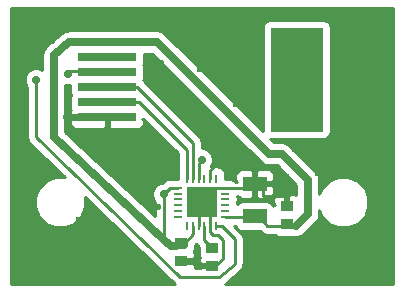
<source format=gtl>
G04 #@! TF.FileFunction,Copper,L1,Top,Signal*
%FSLAX46Y46*%
G04 Gerber Fmt 4.6, Leading zero omitted, Abs format (unit mm)*
G04 Created by KiCad (PCBNEW 4.0.6-e0-6349~53~ubuntu16.04.1) date Sat Jul 29 16:25:42 2017*
%MOMM*%
%LPD*%
G01*
G04 APERTURE LIST*
%ADD10C,0.150000*%
%ADD11C,0.600000*%
%ADD12R,5.000000X0.760000*%
%ADD13R,4.500000X8.800000*%
%ADD14R,2.499360X2.499360*%
%ADD15O,0.800100X0.248920*%
%ADD16O,0.248920X0.800100*%
%ADD17R,1.000760X0.899160*%
%ADD18R,1.000000X0.900000*%
%ADD19R,2.000000X1.250000*%
%ADD20C,0.700000*%
%ADD21C,0.250000*%
%ADD22C,0.500000*%
%ADD23C,0.700000*%
%ADD24C,0.254000*%
G04 APERTURE END LIST*
D10*
D11*
X152800000Y-104200000D03*
X154800000Y-104200000D03*
X153800000Y-104200000D03*
X152600000Y-102600000D03*
X153600000Y-102600000D03*
X151600000Y-102600000D03*
X150400000Y-101400000D03*
X152400000Y-101400000D03*
X151400000Y-101400000D03*
X150000000Y-100000000D03*
X151000000Y-100000000D03*
X149000000Y-100000000D03*
X148600000Y-97200000D03*
X147600000Y-97200000D03*
X147600000Y-98600000D03*
X149600000Y-98600000D03*
X148600000Y-98600000D03*
X160900000Y-104500000D03*
X159900000Y-104500000D03*
X161900000Y-104500000D03*
X162900000Y-104500000D03*
X161900000Y-105500000D03*
X162900000Y-105500000D03*
X161900000Y-106500000D03*
X162900000Y-106500000D03*
X148300000Y-109400000D03*
X147200000Y-107800000D03*
X149200000Y-106300000D03*
X148200000Y-106300000D03*
X147200000Y-106300000D03*
X146200000Y-106300000D03*
X145200000Y-106300000D03*
X144300000Y-105900000D03*
X146200000Y-107800000D03*
X143200000Y-104900000D03*
X144200000Y-104900000D03*
X145200000Y-104900000D03*
X146200000Y-104900000D03*
X147200000Y-104900000D03*
X148200000Y-104900000D03*
X149200000Y-104900000D03*
X148200000Y-103500000D03*
X147200000Y-103500000D03*
X146200000Y-103500000D03*
X145200000Y-103500000D03*
X144200000Y-103500000D03*
X143200000Y-103500000D03*
X142200000Y-103500000D03*
X162500000Y-115500000D03*
X161500000Y-115500000D03*
X160500000Y-115500000D03*
X159500000Y-115500000D03*
X158500000Y-115500000D03*
X157500000Y-115500000D03*
X162500000Y-114500000D03*
X161500000Y-114500000D03*
X160500000Y-114500000D03*
X159500000Y-114500000D03*
X158500000Y-114500000D03*
X157500000Y-114500000D03*
X162500000Y-113500000D03*
X161500000Y-113500000D03*
X160500000Y-113500000D03*
X159500000Y-113500000D03*
X158500000Y-113500000D03*
X157500000Y-113500000D03*
X162500000Y-112500000D03*
X161500000Y-112500000D03*
X160500000Y-112500000D03*
X159500000Y-112500000D03*
X158500000Y-112500000D03*
X157500000Y-112500000D03*
X167900000Y-115500000D03*
X166900000Y-115500000D03*
X165900000Y-115500000D03*
X164900000Y-115500000D03*
X163900000Y-115500000D03*
X167900000Y-114500000D03*
X166900000Y-114500000D03*
X165900000Y-114500000D03*
X164900000Y-114500000D03*
X163900000Y-114500000D03*
X167900000Y-113500000D03*
X166900000Y-113500000D03*
X165900000Y-113500000D03*
X164900000Y-113500000D03*
X163900000Y-113500000D03*
X167900000Y-112500000D03*
X166900000Y-112500000D03*
X165900000Y-112500000D03*
X164900000Y-112500000D03*
X163900000Y-112500000D03*
X167900000Y-111500000D03*
X166900000Y-111500000D03*
X165900000Y-111500000D03*
X164900000Y-111500000D03*
X163900000Y-111500000D03*
X167900000Y-110500000D03*
X166900000Y-110500000D03*
X165900000Y-110500000D03*
X156300000Y-112200000D03*
X167900000Y-109500000D03*
X166900000Y-109500000D03*
X155400000Y-115300000D03*
X167900000Y-108500000D03*
X166900000Y-108500000D03*
X156400000Y-115300000D03*
X167900000Y-107500000D03*
X166900000Y-107500000D03*
X165900000Y-107500000D03*
X167900000Y-106500000D03*
X166900000Y-106500000D03*
X165900000Y-106500000D03*
X164900000Y-106500000D03*
X163900000Y-106500000D03*
X167900000Y-105500000D03*
X166900000Y-105500000D03*
X165900000Y-105500000D03*
X164900000Y-105500000D03*
X163900000Y-105500000D03*
X167900000Y-104500000D03*
X166900000Y-104500000D03*
X165900000Y-104500000D03*
X164900000Y-104500000D03*
X163900000Y-104500000D03*
X167900000Y-103500000D03*
X166900000Y-103500000D03*
X165900000Y-103500000D03*
X164900000Y-103500000D03*
X163900000Y-103500000D03*
X167900000Y-102500000D03*
X166900000Y-102500000D03*
X165900000Y-102500000D03*
X164900000Y-102500000D03*
X163900000Y-102500000D03*
X167900000Y-101500000D03*
X166900000Y-101500000D03*
X165900000Y-101500000D03*
X164900000Y-101500000D03*
X163900000Y-101500000D03*
X167900000Y-100500000D03*
X166900000Y-100500000D03*
X165900000Y-100500000D03*
X164900000Y-100500000D03*
X163900000Y-100500000D03*
X167900000Y-99500000D03*
X166900000Y-99500000D03*
X165900000Y-99500000D03*
X164900000Y-99500000D03*
X163900000Y-99500000D03*
X167900000Y-98500000D03*
X166900000Y-98500000D03*
X165900000Y-98500000D03*
X164900000Y-98500000D03*
X163900000Y-98500000D03*
X167900000Y-97500000D03*
X166900000Y-97500000D03*
X165900000Y-97500000D03*
X164900000Y-97500000D03*
X163900000Y-97500000D03*
X167900000Y-96500000D03*
X166900000Y-96500000D03*
X165900000Y-96500000D03*
X164900000Y-96500000D03*
X163900000Y-96500000D03*
X167900000Y-95500000D03*
X166900000Y-95500000D03*
X165900000Y-95500000D03*
X164900000Y-95500000D03*
X163900000Y-95500000D03*
X167900000Y-94500000D03*
X166900000Y-94500000D03*
X165900000Y-94500000D03*
X164900000Y-94500000D03*
X163900000Y-94500000D03*
X154900000Y-100700000D03*
X155900000Y-100700000D03*
X156900000Y-100700000D03*
X156900000Y-99200000D03*
X155900000Y-99200000D03*
X154900000Y-99200000D03*
X153900000Y-99200000D03*
X151900000Y-97700000D03*
X152900000Y-97700000D03*
X153900000Y-97700000D03*
X154900000Y-97700000D03*
X155900000Y-97700000D03*
X156900000Y-97700000D03*
X156900000Y-96100000D03*
X155900000Y-96100000D03*
X154900000Y-96100000D03*
X153900000Y-96100000D03*
X152900000Y-96100000D03*
X151900000Y-96100000D03*
X150900000Y-96100000D03*
X150900000Y-94600000D03*
X151900000Y-94600000D03*
X152900000Y-94600000D03*
X153900000Y-94600000D03*
X154900000Y-94600000D03*
X155900000Y-94600000D03*
X156900000Y-94600000D03*
X149900000Y-94600000D03*
X167900000Y-93300000D03*
X166900000Y-93300000D03*
X165900000Y-93300000D03*
X164900000Y-93300000D03*
X163900000Y-93300000D03*
X162900000Y-93300000D03*
X161900000Y-93300000D03*
X160900000Y-93300000D03*
X159900000Y-93300000D03*
X158900000Y-93300000D03*
X157900000Y-93300000D03*
X156900000Y-93300000D03*
X155900000Y-93300000D03*
X154900000Y-93300000D03*
X153900000Y-93300000D03*
X152900000Y-93300000D03*
X151900000Y-93300000D03*
X150900000Y-93300000D03*
X149900000Y-93300000D03*
X148900000Y-93300000D03*
X147900000Y-93300000D03*
X146900000Y-93300000D03*
X145900000Y-93300000D03*
X145600000Y-112600000D03*
X145600000Y-113600000D03*
X146600000Y-113600000D03*
X148600000Y-115600000D03*
X145600000Y-114600000D03*
X146600000Y-114600000D03*
X147600000Y-114600000D03*
X145600000Y-115600000D03*
X146600000Y-115600000D03*
X147600000Y-115600000D03*
X141600000Y-110500000D03*
X142600000Y-110500000D03*
X143600000Y-110500000D03*
X144600000Y-115600000D03*
X143600000Y-115600000D03*
X142600000Y-115600000D03*
X141600000Y-115600000D03*
X140600000Y-115600000D03*
X139600000Y-115600000D03*
X144600000Y-114600000D03*
X143600000Y-114600000D03*
X142600000Y-114600000D03*
X141600000Y-114600000D03*
X140600000Y-114600000D03*
X139600000Y-114600000D03*
X144600000Y-113600000D03*
X143600000Y-113600000D03*
X142600000Y-113600000D03*
X141600000Y-113600000D03*
X140600000Y-113600000D03*
X139600000Y-113600000D03*
X144600000Y-112600000D03*
X143600000Y-112600000D03*
X142600000Y-112600000D03*
X141600000Y-112600000D03*
X140600000Y-112600000D03*
X139600000Y-112600000D03*
X144600000Y-111600000D03*
X143600000Y-111600000D03*
X142600000Y-111600000D03*
X141600000Y-111600000D03*
X140600000Y-111600000D03*
X139600000Y-111600000D03*
X138500000Y-115500000D03*
X138500000Y-113600000D03*
X138500000Y-112600000D03*
X138500000Y-111600000D03*
X138500000Y-114600000D03*
X137400000Y-115500000D03*
X137400000Y-114500000D03*
X137400000Y-113500000D03*
X137400000Y-112500000D03*
X137400000Y-111500000D03*
X137400000Y-110500000D03*
X137400000Y-109500000D03*
X137400000Y-108500000D03*
X137400000Y-107500000D03*
X137400000Y-106500000D03*
X137400000Y-105500000D03*
X136300000Y-115500000D03*
X136300000Y-114500000D03*
X136300000Y-113500000D03*
X136300000Y-112500000D03*
X136300000Y-111500000D03*
X136300000Y-110500000D03*
X136300000Y-109500000D03*
X136300000Y-108500000D03*
X136300000Y-107500000D03*
X136300000Y-106500000D03*
X136300000Y-105500000D03*
X136300000Y-104500000D03*
X136300000Y-103500000D03*
X136300000Y-98500000D03*
X136300000Y-99500000D03*
X136300000Y-100500000D03*
X136300000Y-101500000D03*
X136300000Y-102500000D03*
X143600000Y-93300000D03*
X138300000Y-97300000D03*
X137300000Y-97300000D03*
X136300000Y-97300000D03*
X141300000Y-93300000D03*
X144900000Y-93300000D03*
X138300000Y-96300000D03*
X137300000Y-96300000D03*
X136300000Y-96300000D03*
X142400000Y-93300000D03*
X139300000Y-95300000D03*
X138300000Y-95300000D03*
X137300000Y-95300000D03*
X136300000Y-95300000D03*
X140300000Y-94300000D03*
X139300000Y-94300000D03*
X138300000Y-94300000D03*
X137300000Y-94300000D03*
X136300000Y-94300000D03*
X140300000Y-93300000D03*
X139300000Y-93300000D03*
X138300000Y-93300000D03*
X137300000Y-93300000D03*
D12*
X144000000Y-95425000D03*
X144000000Y-97965000D03*
X144000000Y-100505000D03*
X144000000Y-99235000D03*
X144000000Y-101775000D03*
X144000000Y-96695000D03*
D13*
X160050000Y-98600000D03*
D11*
X136300000Y-93300000D03*
D14*
X152000000Y-109000000D03*
D15*
X150001020Y-107750320D03*
X150001020Y-108250700D03*
X150001020Y-108751080D03*
X150001020Y-109248920D03*
X150001020Y-109749300D03*
X150001020Y-110249680D03*
D16*
X150750320Y-110998980D03*
X151250700Y-110998980D03*
X151751080Y-110998980D03*
X152248920Y-110998980D03*
X152749300Y-110998980D03*
X153249680Y-110998980D03*
D15*
X153998980Y-110249680D03*
X153998980Y-109749300D03*
X153998980Y-109248920D03*
X153998980Y-108751080D03*
X153998980Y-108250700D03*
X153998980Y-107750320D03*
D16*
X153249680Y-107001020D03*
X152749300Y-107001020D03*
X152248920Y-107001020D03*
X151751080Y-107001020D03*
X151250700Y-107001020D03*
X150750320Y-107001020D03*
D11*
X152000000Y-109000000D03*
X152762000Y-108238000D03*
X151238000Y-108238000D03*
X152762000Y-109762000D03*
X151238000Y-109762000D03*
D17*
X159200000Y-109348160D03*
D18*
X159200000Y-110851840D03*
D17*
X152900000Y-114351840D03*
D18*
X152900000Y-112848160D03*
D17*
X150300000Y-113951840D03*
D18*
X150300000Y-112448160D03*
D19*
X156500000Y-110175000D03*
X156500000Y-107425000D03*
D20*
X151648160Y-114251840D03*
X140600000Y-101800000D03*
X148800000Y-108300000D03*
X152000000Y-105400000D03*
X138000000Y-98600000D03*
X140700000Y-98100000D03*
D21*
X153998980Y-107750320D02*
X156174680Y-107750320D01*
X156174680Y-107750320D02*
X156500000Y-107425000D01*
X152749300Y-107001020D02*
X152749300Y-106250700D01*
X152749300Y-106250700D02*
X153100000Y-105900000D01*
X157200000Y-108448160D02*
X157200000Y-107300000D01*
X159400000Y-108225000D02*
X159400000Y-106900000D01*
X159400000Y-106900000D02*
X159200000Y-106700000D01*
X150500000Y-114151840D02*
X151548160Y-114151840D01*
X151548160Y-114151840D02*
X151648160Y-114251840D01*
D22*
X144000000Y-101775000D02*
X140625000Y-101775000D01*
X140625000Y-101775000D02*
X140600000Y-101800000D01*
D21*
X152900000Y-114251840D02*
X151648160Y-114251840D01*
X152900000Y-114251840D02*
X153348160Y-114251840D01*
X153348160Y-114251840D02*
X153800000Y-113800000D01*
X152749300Y-111549300D02*
X152749300Y-110998980D01*
X152749300Y-110998980D02*
X152749300Y-109749300D01*
X152749300Y-109749300D02*
X152000000Y-109000000D01*
X151751080Y-110998980D02*
X151751080Y-109248920D01*
X151751080Y-109248920D02*
X152000000Y-109000000D01*
X157200000Y-108448160D02*
X159176840Y-108448160D01*
X159176840Y-108448160D02*
X159400000Y-108225000D01*
X153998980Y-107750320D02*
X153249680Y-107750320D01*
X153249680Y-107750320D02*
X152000000Y-109000000D01*
X144000000Y-101775000D02*
X142025000Y-101775000D01*
X142025000Y-101775000D02*
X141900000Y-101900000D01*
X153000000Y-111800000D02*
X152749300Y-111549300D01*
X153400000Y-111800000D02*
X153000000Y-111800000D01*
X153800000Y-112200000D02*
X153400000Y-111800000D01*
X153800000Y-113800000D02*
X153800000Y-112200000D01*
X144000000Y-99235000D02*
X146535000Y-99235000D01*
X151250700Y-103950700D02*
X151250700Y-107001020D01*
X146535000Y-99235000D02*
X151250700Y-103950700D01*
X144000000Y-100505000D02*
X146705000Y-100505000D01*
X150750320Y-104550320D02*
X150750320Y-107001020D01*
X146705000Y-100505000D02*
X150750320Y-104550320D01*
X151751080Y-107001020D02*
X151751080Y-105648920D01*
X148832505Y-108300000D02*
X148832505Y-108267495D01*
X148800000Y-108300000D02*
X148832505Y-108300000D01*
X151751080Y-105648920D02*
X152000000Y-105400000D01*
X148832505Y-112172631D02*
X148832505Y-108267495D01*
X149349680Y-107750320D02*
X150001020Y-107750320D01*
X148832505Y-108267495D02*
X149349680Y-107750320D01*
X159400000Y-110975000D02*
X160025000Y-110975000D01*
D23*
X160025000Y-110975000D02*
X161000000Y-110000000D01*
X161000000Y-110000000D02*
X161000000Y-107100000D01*
X161000000Y-107100000D02*
X158800000Y-104900000D01*
X158800000Y-104900000D02*
X157700000Y-104900000D01*
X157700000Y-104900000D02*
X148225000Y-95425000D01*
X148225000Y-95425000D02*
X144000000Y-95425000D01*
D21*
X159400000Y-110975000D02*
X160125000Y-110975000D01*
X159400000Y-110975000D02*
X159925000Y-110975000D01*
X144175000Y-95600000D02*
X144000000Y-95425000D01*
D23*
X150500000Y-112648160D02*
X149400000Y-112700000D01*
X149400000Y-112700000D02*
X148832505Y-112172631D01*
X148832505Y-112172631D02*
X139500000Y-103500000D01*
X139500000Y-103500000D02*
X139500000Y-96500000D01*
X139500000Y-96500000D02*
X140775000Y-95425000D01*
X140775000Y-95425000D02*
X144000000Y-95425000D01*
D21*
X159400000Y-110975000D02*
X159025000Y-110975000D01*
X157200000Y-109951840D02*
X157200000Y-110600000D01*
X157575000Y-110975000D02*
X159400000Y-110975000D01*
X157200000Y-110600000D02*
X157575000Y-110975000D01*
X153998980Y-110249680D02*
X156902160Y-110249680D01*
X156902160Y-110249680D02*
X157200000Y-109951840D01*
X151250700Y-110998980D02*
X151250700Y-111700000D01*
X151250700Y-111700000D02*
X150450700Y-112598860D01*
X150450700Y-112598860D02*
X150500000Y-112648160D01*
X152248920Y-110998980D02*
X152248920Y-112197080D01*
X152248920Y-112197080D02*
X152900000Y-112848160D01*
X153500000Y-115300000D02*
X150200000Y-115300000D01*
X153698980Y-110998980D02*
X154800000Y-112100000D01*
X150200000Y-115300000D02*
X138000000Y-103500000D01*
X138000000Y-103500000D02*
X138000000Y-98600000D01*
X140700000Y-98100000D02*
X140935000Y-97865000D01*
X140935000Y-97865000D02*
X144000000Y-97965000D01*
X153249680Y-110998980D02*
X153698980Y-110998980D01*
X154800000Y-112100000D02*
X154800000Y-114200000D01*
X154800000Y-114200000D02*
X153500000Y-115300000D01*
D24*
G36*
X168173000Y-115873000D02*
X153987009Y-115873000D01*
X155285749Y-114774066D01*
X155305446Y-114749316D01*
X155331744Y-114731744D01*
X155396205Y-114635272D01*
X155468459Y-114544480D01*
X155477185Y-114514077D01*
X155494757Y-114487778D01*
X155517394Y-114373977D01*
X155549402Y-114262450D01*
X155545829Y-114231024D01*
X155552000Y-114200000D01*
X155552000Y-112100000D01*
X155494757Y-111812222D01*
X155331744Y-111568255D01*
X154765168Y-111001680D01*
X154898666Y-111001680D01*
X154904437Y-111032352D01*
X155041757Y-111245753D01*
X155251283Y-111388917D01*
X155500000Y-111439283D01*
X156975795Y-111439283D01*
X157043256Y-111506744D01*
X157287222Y-111669757D01*
X157575000Y-111727000D01*
X158228506Y-111727000D01*
X158241757Y-111747593D01*
X158451283Y-111890757D01*
X158700000Y-111941123D01*
X159700000Y-111941123D01*
X159838913Y-111914985D01*
X160025000Y-111952000D01*
X160398881Y-111877630D01*
X160715843Y-111665843D01*
X161690843Y-110690843D01*
X161751542Y-110600000D01*
X161902630Y-110373882D01*
X161977000Y-110000000D01*
X161977000Y-109673820D01*
X162195766Y-110203274D01*
X162793578Y-110802131D01*
X163575057Y-111126630D01*
X164421230Y-111127368D01*
X165203274Y-110804234D01*
X165802131Y-110206422D01*
X166126630Y-109424943D01*
X166127368Y-108578770D01*
X165804234Y-107796726D01*
X165206422Y-107197869D01*
X164424943Y-106873370D01*
X163578770Y-106872632D01*
X162796726Y-107195766D01*
X162197869Y-107793578D01*
X161977000Y-108325489D01*
X161977000Y-107100000D01*
X161902630Y-106726118D01*
X161690843Y-106409157D01*
X159490843Y-104209157D01*
X159238478Y-104040532D01*
X159173882Y-103997370D01*
X158800000Y-103923000D01*
X158104687Y-103923000D01*
X157820970Y-103639283D01*
X162300000Y-103639283D01*
X162532352Y-103595563D01*
X162745753Y-103458243D01*
X162888917Y-103248717D01*
X162939283Y-103000000D01*
X162939283Y-94200000D01*
X162895563Y-93967648D01*
X162758243Y-93754247D01*
X162548717Y-93611083D01*
X162300000Y-93560717D01*
X157800000Y-93560717D01*
X157567648Y-93604437D01*
X157354247Y-93741757D01*
X157211083Y-93951283D01*
X157160717Y-94200000D01*
X157160717Y-102979030D01*
X148915843Y-94734157D01*
X148713936Y-94599247D01*
X148598882Y-94522370D01*
X148225000Y-94448000D01*
X146708802Y-94448000D01*
X146500000Y-94405717D01*
X141500000Y-94405717D01*
X141275285Y-94448000D01*
X140775000Y-94448000D01*
X140627976Y-94477245D01*
X140479008Y-94493916D01*
X140442270Y-94514184D01*
X140401118Y-94522370D01*
X140276482Y-94605650D01*
X140145228Y-94678062D01*
X138870228Y-95753062D01*
X138844042Y-95785847D01*
X138809157Y-95809157D01*
X138725877Y-95933794D01*
X138632326Y-96050923D01*
X138620681Y-96091231D01*
X138597370Y-96126118D01*
X138568124Y-96273145D01*
X138526520Y-96417151D01*
X138531186Y-96458846D01*
X138523000Y-96500000D01*
X138523000Y-97759288D01*
X138195190Y-97623170D01*
X137806515Y-97622830D01*
X137447297Y-97771256D01*
X137172222Y-98045851D01*
X137023170Y-98404810D01*
X137022830Y-98793485D01*
X137171256Y-99152703D01*
X137248000Y-99229581D01*
X137248000Y-103500000D01*
X137249245Y-103506258D01*
X137248105Y-103512532D01*
X137277818Y-103649902D01*
X137305243Y-103787778D01*
X137308787Y-103793082D01*
X137310135Y-103799315D01*
X137390165Y-103914872D01*
X137468256Y-104031744D01*
X137473559Y-104035287D01*
X137477191Y-104040532D01*
X140406040Y-106873354D01*
X139578770Y-106872632D01*
X138796726Y-107195766D01*
X138197869Y-107793578D01*
X137873370Y-108575057D01*
X137872632Y-109421230D01*
X138195766Y-110203274D01*
X138793578Y-110802131D01*
X139575057Y-111126630D01*
X140421230Y-111127368D01*
X141203274Y-110804234D01*
X141802131Y-110206422D01*
X142126630Y-109424943D01*
X142127368Y-108578770D01*
X142099476Y-108511267D01*
X149677191Y-115840532D01*
X149727581Y-115873000D01*
X135877000Y-115873000D01*
X135877000Y-92577000D01*
X168173000Y-92577000D01*
X168173000Y-115873000D01*
X168173000Y-115873000D01*
G37*
X168173000Y-115873000D02*
X153987009Y-115873000D01*
X155285749Y-114774066D01*
X155305446Y-114749316D01*
X155331744Y-114731744D01*
X155396205Y-114635272D01*
X155468459Y-114544480D01*
X155477185Y-114514077D01*
X155494757Y-114487778D01*
X155517394Y-114373977D01*
X155549402Y-114262450D01*
X155545829Y-114231024D01*
X155552000Y-114200000D01*
X155552000Y-112100000D01*
X155494757Y-111812222D01*
X155331744Y-111568255D01*
X154765168Y-111001680D01*
X154898666Y-111001680D01*
X154904437Y-111032352D01*
X155041757Y-111245753D01*
X155251283Y-111388917D01*
X155500000Y-111439283D01*
X156975795Y-111439283D01*
X157043256Y-111506744D01*
X157287222Y-111669757D01*
X157575000Y-111727000D01*
X158228506Y-111727000D01*
X158241757Y-111747593D01*
X158451283Y-111890757D01*
X158700000Y-111941123D01*
X159700000Y-111941123D01*
X159838913Y-111914985D01*
X160025000Y-111952000D01*
X160398881Y-111877630D01*
X160715843Y-111665843D01*
X161690843Y-110690843D01*
X161751542Y-110600000D01*
X161902630Y-110373882D01*
X161977000Y-110000000D01*
X161977000Y-109673820D01*
X162195766Y-110203274D01*
X162793578Y-110802131D01*
X163575057Y-111126630D01*
X164421230Y-111127368D01*
X165203274Y-110804234D01*
X165802131Y-110206422D01*
X166126630Y-109424943D01*
X166127368Y-108578770D01*
X165804234Y-107796726D01*
X165206422Y-107197869D01*
X164424943Y-106873370D01*
X163578770Y-106872632D01*
X162796726Y-107195766D01*
X162197869Y-107793578D01*
X161977000Y-108325489D01*
X161977000Y-107100000D01*
X161902630Y-106726118D01*
X161690843Y-106409157D01*
X159490843Y-104209157D01*
X159238478Y-104040532D01*
X159173882Y-103997370D01*
X158800000Y-103923000D01*
X158104687Y-103923000D01*
X157820970Y-103639283D01*
X162300000Y-103639283D01*
X162532352Y-103595563D01*
X162745753Y-103458243D01*
X162888917Y-103248717D01*
X162939283Y-103000000D01*
X162939283Y-94200000D01*
X162895563Y-93967648D01*
X162758243Y-93754247D01*
X162548717Y-93611083D01*
X162300000Y-93560717D01*
X157800000Y-93560717D01*
X157567648Y-93604437D01*
X157354247Y-93741757D01*
X157211083Y-93951283D01*
X157160717Y-94200000D01*
X157160717Y-102979030D01*
X148915843Y-94734157D01*
X148713936Y-94599247D01*
X148598882Y-94522370D01*
X148225000Y-94448000D01*
X146708802Y-94448000D01*
X146500000Y-94405717D01*
X141500000Y-94405717D01*
X141275285Y-94448000D01*
X140775000Y-94448000D01*
X140627976Y-94477245D01*
X140479008Y-94493916D01*
X140442270Y-94514184D01*
X140401118Y-94522370D01*
X140276482Y-94605650D01*
X140145228Y-94678062D01*
X138870228Y-95753062D01*
X138844042Y-95785847D01*
X138809157Y-95809157D01*
X138725877Y-95933794D01*
X138632326Y-96050923D01*
X138620681Y-96091231D01*
X138597370Y-96126118D01*
X138568124Y-96273145D01*
X138526520Y-96417151D01*
X138531186Y-96458846D01*
X138523000Y-96500000D01*
X138523000Y-97759288D01*
X138195190Y-97623170D01*
X137806515Y-97622830D01*
X137447297Y-97771256D01*
X137172222Y-98045851D01*
X137023170Y-98404810D01*
X137022830Y-98793485D01*
X137171256Y-99152703D01*
X137248000Y-99229581D01*
X137248000Y-103500000D01*
X137249245Y-103506258D01*
X137248105Y-103512532D01*
X137277818Y-103649902D01*
X137305243Y-103787778D01*
X137308787Y-103793082D01*
X137310135Y-103799315D01*
X137390165Y-103914872D01*
X137468256Y-104031744D01*
X137473559Y-104035287D01*
X137477191Y-104040532D01*
X140406040Y-106873354D01*
X139578770Y-106872632D01*
X138796726Y-107195766D01*
X138197869Y-107793578D01*
X137873370Y-108575057D01*
X137872632Y-109421230D01*
X138195766Y-110203274D01*
X138793578Y-110802131D01*
X139575057Y-111126630D01*
X140421230Y-111127368D01*
X141203274Y-110804234D01*
X141802131Y-110206422D01*
X142126630Y-109424943D01*
X142127368Y-108578770D01*
X142099476Y-108511267D01*
X149677191Y-115840532D01*
X149727581Y-115873000D01*
X135877000Y-115873000D01*
X135877000Y-92577000D01*
X168173000Y-92577000D01*
X168173000Y-115873000D01*
G36*
X151717176Y-112728824D02*
X151760717Y-112772365D01*
X151760717Y-113298160D01*
X151804437Y-113530512D01*
X151842064Y-113588986D01*
X151764620Y-113775951D01*
X151764620Y-114066090D01*
X151923370Y-114224840D01*
X152773000Y-114224840D01*
X152773000Y-114204840D01*
X153027000Y-114204840D01*
X153027000Y-114224840D01*
X153047000Y-114224840D01*
X153047000Y-114478840D01*
X153027000Y-114478840D01*
X153027000Y-114498840D01*
X152773000Y-114498840D01*
X152773000Y-114478840D01*
X151923370Y-114478840D01*
X151854210Y-114548000D01*
X151426983Y-114548000D01*
X151435380Y-114527729D01*
X151435380Y-114237590D01*
X151276630Y-114078840D01*
X150427000Y-114078840D01*
X150427000Y-114098840D01*
X150173000Y-114098840D01*
X150173000Y-114078840D01*
X150153000Y-114078840D01*
X150153000Y-113824840D01*
X150173000Y-113824840D01*
X150173000Y-113804840D01*
X150427000Y-113804840D01*
X150427000Y-113824840D01*
X151276630Y-113824840D01*
X151435380Y-113666090D01*
X151435380Y-113375951D01*
X151358770Y-113190998D01*
X151388917Y-113146877D01*
X151439283Y-112898160D01*
X151439283Y-112845784D01*
X151475917Y-112602168D01*
X151471236Y-112583320D01*
X151556181Y-112487878D01*
X151717176Y-112728824D01*
X151717176Y-112728824D01*
G37*
X151717176Y-112728824D02*
X151760717Y-112772365D01*
X151760717Y-113298160D01*
X151804437Y-113530512D01*
X151842064Y-113588986D01*
X151764620Y-113775951D01*
X151764620Y-114066090D01*
X151923370Y-114224840D01*
X152773000Y-114224840D01*
X152773000Y-114204840D01*
X153027000Y-114204840D01*
X153027000Y-114224840D01*
X153047000Y-114224840D01*
X153047000Y-114478840D01*
X153027000Y-114478840D01*
X153027000Y-114498840D01*
X152773000Y-114498840D01*
X152773000Y-114478840D01*
X151923370Y-114478840D01*
X151854210Y-114548000D01*
X151426983Y-114548000D01*
X151435380Y-114527729D01*
X151435380Y-114237590D01*
X151276630Y-114078840D01*
X150427000Y-114078840D01*
X150427000Y-114098840D01*
X150173000Y-114098840D01*
X150173000Y-114078840D01*
X150153000Y-114078840D01*
X150153000Y-113824840D01*
X150173000Y-113824840D01*
X150173000Y-113804840D01*
X150427000Y-113804840D01*
X150427000Y-113824840D01*
X151276630Y-113824840D01*
X151435380Y-113666090D01*
X151435380Y-113375951D01*
X151358770Y-113190998D01*
X151388917Y-113146877D01*
X151439283Y-112898160D01*
X151439283Y-112845784D01*
X151475917Y-112602168D01*
X151471236Y-112583320D01*
X151556181Y-112487878D01*
X151717176Y-112728824D01*
G36*
X152842550Y-107911103D02*
X152929170Y-108014462D01*
X152978052Y-107994161D01*
X153001894Y-107998904D01*
X152951809Y-108250700D01*
X153001575Y-108500890D01*
X152951809Y-108751080D01*
X153001322Y-109000000D01*
X152951809Y-109248920D01*
X153001575Y-109499110D01*
X152951809Y-109749300D01*
X153001575Y-109999490D01*
X153001229Y-110001229D01*
X152978052Y-110005839D01*
X152929170Y-109985538D01*
X152842550Y-110088897D01*
X152749300Y-110151205D01*
X152656050Y-110088897D01*
X152569430Y-109985538D01*
X152520548Y-110005839D01*
X152248920Y-109951809D01*
X151979009Y-110005497D01*
X151930950Y-109985538D01*
X151847562Y-110085040D01*
X151749810Y-110150357D01*
X151657830Y-110088897D01*
X151571210Y-109985538D01*
X151522328Y-110005839D01*
X151250700Y-109951809D01*
X151000510Y-110001575D01*
X150998771Y-110001229D01*
X150998425Y-109999490D01*
X151048191Y-109749300D01*
X150998425Y-109499110D01*
X151048191Y-109248920D01*
X150998678Y-109000000D01*
X151048191Y-108751080D01*
X150998425Y-108500890D01*
X151048191Y-108250700D01*
X150998425Y-108000510D01*
X150998771Y-107998771D01*
X151000510Y-107998425D01*
X151250700Y-108048191D01*
X151500890Y-107998425D01*
X151751080Y-108048191D01*
X152000000Y-107998678D01*
X152248920Y-108048191D01*
X152520548Y-107994161D01*
X152569430Y-108014462D01*
X152656050Y-107911103D01*
X152749300Y-107848795D01*
X152842550Y-107911103D01*
X152842550Y-107911103D01*
G37*
X152842550Y-107911103D02*
X152929170Y-108014462D01*
X152978052Y-107994161D01*
X153001894Y-107998904D01*
X152951809Y-108250700D01*
X153001575Y-108500890D01*
X152951809Y-108751080D01*
X153001322Y-109000000D01*
X152951809Y-109248920D01*
X153001575Y-109499110D01*
X152951809Y-109749300D01*
X153001575Y-109999490D01*
X153001229Y-110001229D01*
X152978052Y-110005839D01*
X152929170Y-109985538D01*
X152842550Y-110088897D01*
X152749300Y-110151205D01*
X152656050Y-110088897D01*
X152569430Y-109985538D01*
X152520548Y-110005839D01*
X152248920Y-109951809D01*
X151979009Y-110005497D01*
X151930950Y-109985538D01*
X151847562Y-110085040D01*
X151749810Y-110150357D01*
X151657830Y-110088897D01*
X151571210Y-109985538D01*
X151522328Y-110005839D01*
X151250700Y-109951809D01*
X151000510Y-110001575D01*
X150998771Y-110001229D01*
X150998425Y-109999490D01*
X151048191Y-109749300D01*
X150998425Y-109499110D01*
X151048191Y-109248920D01*
X150998678Y-109000000D01*
X151048191Y-108751080D01*
X150998425Y-108500890D01*
X151048191Y-108250700D01*
X150998425Y-108000510D01*
X150998771Y-107998771D01*
X151000510Y-107998425D01*
X151250700Y-108048191D01*
X151500890Y-107998425D01*
X151751080Y-108048191D01*
X152000000Y-107998678D01*
X152248920Y-108048191D01*
X152520548Y-107994161D01*
X152569430Y-108014462D01*
X152656050Y-107911103D01*
X152749300Y-107848795D01*
X152842550Y-107911103D01*
G36*
X140504810Y-99076830D02*
X140860717Y-99077141D01*
X140860717Y-99615000D01*
X140904437Y-99847352D01*
X140917248Y-99867261D01*
X140911083Y-99876283D01*
X140860717Y-100125000D01*
X140860717Y-100885000D01*
X140904437Y-101117352D01*
X140918582Y-101139333D01*
X140865000Y-101268691D01*
X140865000Y-101489250D01*
X141023750Y-101648000D01*
X143873000Y-101648000D01*
X143873000Y-101628000D01*
X144127000Y-101628000D01*
X144127000Y-101648000D01*
X144147000Y-101648000D01*
X144147000Y-101902000D01*
X144127000Y-101902000D01*
X144127000Y-102631250D01*
X144285750Y-102790000D01*
X146626310Y-102790000D01*
X146859699Y-102693327D01*
X147038327Y-102514698D01*
X147135000Y-102281309D01*
X147135000Y-102060750D01*
X146976252Y-101902002D01*
X147038514Y-101902002D01*
X149998320Y-104861809D01*
X149998320Y-106998320D01*
X149349680Y-106998320D01*
X149061902Y-107055563D01*
X148817936Y-107218576D01*
X148713588Y-107322924D01*
X148606515Y-107322830D01*
X148247297Y-107471256D01*
X147972222Y-107745851D01*
X147823170Y-108104810D01*
X147822830Y-108493485D01*
X147971256Y-108852703D01*
X148080505Y-108962143D01*
X148080505Y-110140068D01*
X140477000Y-103074185D01*
X140477000Y-102060750D01*
X140865000Y-102060750D01*
X140865000Y-102281309D01*
X140961673Y-102514698D01*
X141140301Y-102693327D01*
X141373690Y-102790000D01*
X143714250Y-102790000D01*
X143873000Y-102631250D01*
X143873000Y-101902000D01*
X141023750Y-101902000D01*
X140865000Y-102060750D01*
X140477000Y-102060750D01*
X140477000Y-99065282D01*
X140504810Y-99076830D01*
X140504810Y-99076830D01*
G37*
X140504810Y-99076830D02*
X140860717Y-99077141D01*
X140860717Y-99615000D01*
X140904437Y-99847352D01*
X140917248Y-99867261D01*
X140911083Y-99876283D01*
X140860717Y-100125000D01*
X140860717Y-100885000D01*
X140904437Y-101117352D01*
X140918582Y-101139333D01*
X140865000Y-101268691D01*
X140865000Y-101489250D01*
X141023750Y-101648000D01*
X143873000Y-101648000D01*
X143873000Y-101628000D01*
X144127000Y-101628000D01*
X144127000Y-101648000D01*
X144147000Y-101648000D01*
X144147000Y-101902000D01*
X144127000Y-101902000D01*
X144127000Y-102631250D01*
X144285750Y-102790000D01*
X146626310Y-102790000D01*
X146859699Y-102693327D01*
X147038327Y-102514698D01*
X147135000Y-102281309D01*
X147135000Y-102060750D01*
X146976252Y-101902002D01*
X147038514Y-101902002D01*
X149998320Y-104861809D01*
X149998320Y-106998320D01*
X149349680Y-106998320D01*
X149061902Y-107055563D01*
X148817936Y-107218576D01*
X148713588Y-107322924D01*
X148606515Y-107322830D01*
X148247297Y-107471256D01*
X147972222Y-107745851D01*
X147823170Y-108104810D01*
X147822830Y-108493485D01*
X147971256Y-108852703D01*
X148080505Y-108962143D01*
X148080505Y-110140068D01*
X140477000Y-103074185D01*
X140477000Y-102060750D01*
X140865000Y-102060750D01*
X140865000Y-102281309D01*
X140961673Y-102514698D01*
X141140301Y-102693327D01*
X141373690Y-102790000D01*
X143714250Y-102790000D01*
X143873000Y-102631250D01*
X143873000Y-101902000D01*
X141023750Y-101902000D01*
X140865000Y-102060750D01*
X140477000Y-102060750D01*
X140477000Y-99065282D01*
X140504810Y-99076830D01*
G36*
X157009157Y-105590844D02*
X157326119Y-105802631D01*
X157700000Y-105877000D01*
X158395314Y-105877000D01*
X160023000Y-107504686D01*
X160023000Y-108344894D01*
X159826690Y-108263580D01*
X159485750Y-108263580D01*
X159327000Y-108422330D01*
X159327000Y-109221160D01*
X159347000Y-109221160D01*
X159347000Y-109475160D01*
X159327000Y-109475160D01*
X159327000Y-109495160D01*
X159073000Y-109495160D01*
X159073000Y-109475160D01*
X159053000Y-109475160D01*
X159053000Y-109221160D01*
X159073000Y-109221160D01*
X159073000Y-108422330D01*
X158914250Y-108263580D01*
X158573310Y-108263580D01*
X158339921Y-108360253D01*
X158161293Y-108538882D01*
X158064620Y-108772271D01*
X158064620Y-109062410D01*
X158223368Y-109221158D01*
X158064620Y-109221158D01*
X158064620Y-109269561D01*
X157958243Y-109104247D01*
X157748717Y-108961083D01*
X157500000Y-108910717D01*
X155500000Y-108910717D01*
X155267648Y-108954437D01*
X155054247Y-109091757D01*
X155023764Y-109136371D01*
X154996638Y-109000000D01*
X155046151Y-108751080D01*
X154996385Y-108500890D01*
X155005756Y-108453781D01*
X155140301Y-108588327D01*
X155373690Y-108685000D01*
X156214250Y-108685000D01*
X156373000Y-108526250D01*
X156373000Y-107552000D01*
X156627000Y-107552000D01*
X156627000Y-108526250D01*
X156785750Y-108685000D01*
X157626310Y-108685000D01*
X157859699Y-108588327D01*
X158038327Y-108409698D01*
X158135000Y-108176309D01*
X158135000Y-107710750D01*
X157976250Y-107552000D01*
X156627000Y-107552000D01*
X156373000Y-107552000D01*
X156353000Y-107552000D01*
X156353000Y-107298000D01*
X156373000Y-107298000D01*
X156373000Y-106323750D01*
X156627000Y-106323750D01*
X156627000Y-107298000D01*
X157976250Y-107298000D01*
X158135000Y-107139250D01*
X158135000Y-106673691D01*
X158038327Y-106440302D01*
X157859699Y-106261673D01*
X157626310Y-106165000D01*
X156785750Y-106165000D01*
X156627000Y-106323750D01*
X156373000Y-106323750D01*
X156214250Y-106165000D01*
X155373690Y-106165000D01*
X155140301Y-106261673D01*
X154961673Y-106440302D01*
X154865000Y-106673691D01*
X154865000Y-107139250D01*
X155023748Y-107297998D01*
X154895964Y-107297998D01*
X154682535Y-107097271D01*
X154401570Y-106990860D01*
X154001140Y-106990860D01*
X154001140Y-106705309D01*
X153943939Y-106417738D01*
X153781042Y-106173947D01*
X153537251Y-106011050D01*
X153249680Y-105953849D01*
X152978052Y-106007879D01*
X152929170Y-105987578D01*
X152876302Y-106050663D01*
X152876302Y-105965970D01*
X152815936Y-105965970D01*
X152827778Y-105954149D01*
X152976830Y-105595190D01*
X152977170Y-105206515D01*
X152828744Y-104847297D01*
X152554149Y-104572222D01*
X152195190Y-104423170D01*
X152002700Y-104423002D01*
X152002700Y-103950700D01*
X151945457Y-103662922D01*
X151782444Y-103418956D01*
X147120925Y-98757437D01*
X147095563Y-98622648D01*
X147082752Y-98602739D01*
X147088917Y-98593717D01*
X147139283Y-98345000D01*
X147139283Y-97585000D01*
X147095563Y-97352648D01*
X147082752Y-97332739D01*
X147088917Y-97323717D01*
X147139283Y-97075000D01*
X147139283Y-96402000D01*
X147820314Y-96402000D01*
X157009157Y-105590844D01*
X157009157Y-105590844D01*
G37*
X157009157Y-105590844D02*
X157326119Y-105802631D01*
X157700000Y-105877000D01*
X158395314Y-105877000D01*
X160023000Y-107504686D01*
X160023000Y-108344894D01*
X159826690Y-108263580D01*
X159485750Y-108263580D01*
X159327000Y-108422330D01*
X159327000Y-109221160D01*
X159347000Y-109221160D01*
X159347000Y-109475160D01*
X159327000Y-109475160D01*
X159327000Y-109495160D01*
X159073000Y-109495160D01*
X159073000Y-109475160D01*
X159053000Y-109475160D01*
X159053000Y-109221160D01*
X159073000Y-109221160D01*
X159073000Y-108422330D01*
X158914250Y-108263580D01*
X158573310Y-108263580D01*
X158339921Y-108360253D01*
X158161293Y-108538882D01*
X158064620Y-108772271D01*
X158064620Y-109062410D01*
X158223368Y-109221158D01*
X158064620Y-109221158D01*
X158064620Y-109269561D01*
X157958243Y-109104247D01*
X157748717Y-108961083D01*
X157500000Y-108910717D01*
X155500000Y-108910717D01*
X155267648Y-108954437D01*
X155054247Y-109091757D01*
X155023764Y-109136371D01*
X154996638Y-109000000D01*
X155046151Y-108751080D01*
X154996385Y-108500890D01*
X155005756Y-108453781D01*
X155140301Y-108588327D01*
X155373690Y-108685000D01*
X156214250Y-108685000D01*
X156373000Y-108526250D01*
X156373000Y-107552000D01*
X156627000Y-107552000D01*
X156627000Y-108526250D01*
X156785750Y-108685000D01*
X157626310Y-108685000D01*
X157859699Y-108588327D01*
X158038327Y-108409698D01*
X158135000Y-108176309D01*
X158135000Y-107710750D01*
X157976250Y-107552000D01*
X156627000Y-107552000D01*
X156373000Y-107552000D01*
X156353000Y-107552000D01*
X156353000Y-107298000D01*
X156373000Y-107298000D01*
X156373000Y-106323750D01*
X156627000Y-106323750D01*
X156627000Y-107298000D01*
X157976250Y-107298000D01*
X158135000Y-107139250D01*
X158135000Y-106673691D01*
X158038327Y-106440302D01*
X157859699Y-106261673D01*
X157626310Y-106165000D01*
X156785750Y-106165000D01*
X156627000Y-106323750D01*
X156373000Y-106323750D01*
X156214250Y-106165000D01*
X155373690Y-106165000D01*
X155140301Y-106261673D01*
X154961673Y-106440302D01*
X154865000Y-106673691D01*
X154865000Y-107139250D01*
X155023748Y-107297998D01*
X154895964Y-107297998D01*
X154682535Y-107097271D01*
X154401570Y-106990860D01*
X154001140Y-106990860D01*
X154001140Y-106705309D01*
X153943939Y-106417738D01*
X153781042Y-106173947D01*
X153537251Y-106011050D01*
X153249680Y-105953849D01*
X152978052Y-106007879D01*
X152929170Y-105987578D01*
X152876302Y-106050663D01*
X152876302Y-105965970D01*
X152815936Y-105965970D01*
X152827778Y-105954149D01*
X152976830Y-105595190D01*
X152977170Y-105206515D01*
X152828744Y-104847297D01*
X152554149Y-104572222D01*
X152195190Y-104423170D01*
X152002700Y-104423002D01*
X152002700Y-103950700D01*
X151945457Y-103662922D01*
X151782444Y-103418956D01*
X147120925Y-98757437D01*
X147095563Y-98622648D01*
X147082752Y-98602739D01*
X147088917Y-98593717D01*
X147139283Y-98345000D01*
X147139283Y-97585000D01*
X147095563Y-97352648D01*
X147082752Y-97332739D01*
X147088917Y-97323717D01*
X147139283Y-97075000D01*
X147139283Y-96402000D01*
X147820314Y-96402000D01*
X157009157Y-105590844D01*
M02*

</source>
